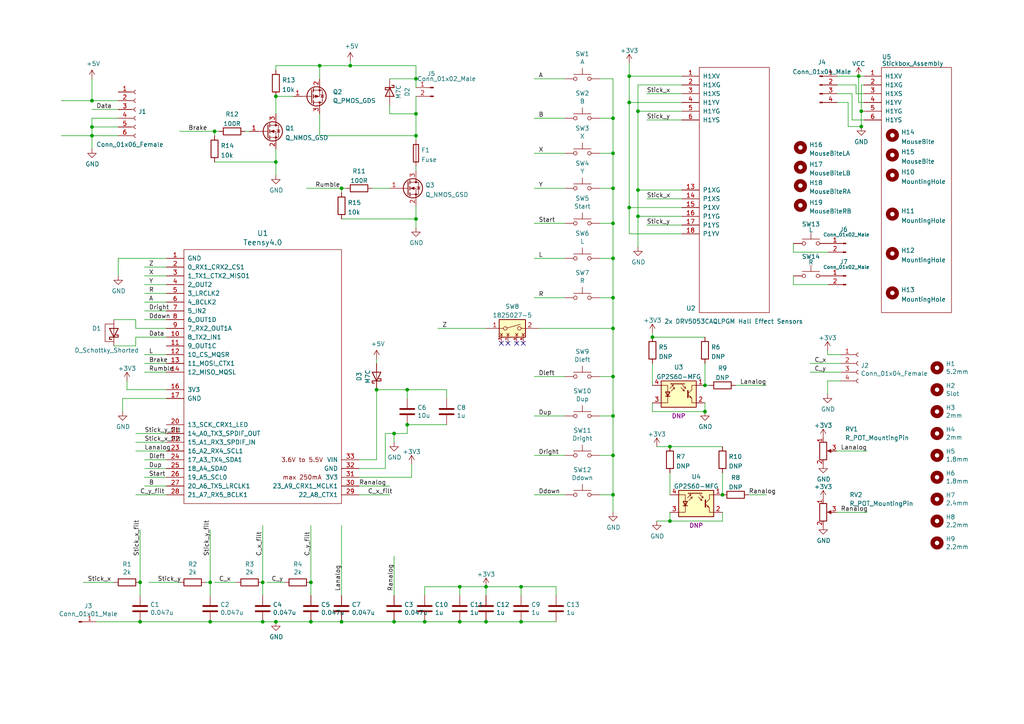
<source format=kicad_sch>
(kicad_sch (version 20211123) (generator eeschema)
  (paper "A4")
  (junction (at 151.13 170.18))
  (junction (at 151.13 180.34))
  (junction (at 120.65 39.37))
  (junction (at 133.35 180.34))
  (junction (at 114.3 125.73))
  (junction (at 177.8 44.45))
  (junction (at 177.8 54.61))
  (junction (at 182.499 22.098))
  (junction (at 204.47 119.38))
  (junction (at 194.31 151.13))
  (junction (at 123.19 180.34))
  (junction (at 204.47 111.76))
  (junction (at 177.8 109.22))
  (junction (at 140.97 170.18))
  (junction (at 249.809 36.703))
  (junction (at 120.65 22.86))
  (junction (at 80.01 46.99))
  (junction (at 249.047 22.098))
  (junction (at 177.8 143.51))
  (junction (at 120.65 33.02))
  (junction (at 185.039 55.118))
  (junction (at 140.97 180.34))
  (junction (at 26.67 36.83))
  (junction (at 92.71 19.05))
  (junction (at 60.96 180.34))
  (junction (at 189.23 97.79))
  (junction (at 182.499 29.718))
  (junction (at 177.8 132.08))
  (junction (at 118.11 113.03))
  (junction (at 90.17 180.34))
  (junction (at 133.35 170.18))
  (junction (at 90.17 168.91))
  (junction (at 101.6 19.05))
  (junction (at 80.01 180.34))
  (junction (at 120.65 63.5))
  (junction (at 109.22 113.03))
  (junction (at 185.039 32.258))
  (junction (at 62.23 38.1))
  (junction (at 177.8 34.29))
  (junction (at 194.31 129.54))
  (junction (at 76.2 168.91))
  (junction (at 99.06 180.34))
  (junction (at 249.809 32.258))
  (junction (at 177.8 86.36))
  (junction (at 177.8 120.65))
  (junction (at 114.3 180.34))
  (junction (at 99.06 54.61))
  (junction (at 40.64 180.34))
  (junction (at 177.8 74.93))
  (junction (at 26.67 39.37))
  (junction (at 118.11 123.19))
  (junction (at 80.01 27.94))
  (junction (at 182.499 60.198))
  (junction (at 26.67 29.21))
  (junction (at 177.8 64.77))
  (junction (at 177.8 95.25))
  (junction (at 60.96 168.91))
  (junction (at 185.039 62.738))
  (junction (at 76.2 180.34))
  (junction (at 209.55 143.51))
  (junction (at 40.64 168.91))
  (no_connect (at 151.765 99.568))
  (no_connect (at 145.415 99.568))
  (no_connect (at 147.32 99.568))
  (no_connect (at 149.86 99.568))
  (wire (pts (xy 204.47 111.76) (xy 205.74 111.76)))
  (wire (pts (xy 48.26 140.97) (xy 41.91 140.97)))
  (wire (pts (xy 120.65 22.86) (xy 120.65 19.05)))
  (wire (pts (xy 173.99 54.61) (xy 177.8 54.61)))
  (wire (pts (xy 104.14 135.89) (xy 111.76 135.89)))
  (wire (pts (xy 123.19 172.72) (xy 123.19 170.18)))
  (wire (pts (xy 177.8 143.51) (xy 177.8 148.59)))
  (wire (pts (xy 177.8 120.65) (xy 177.8 132.08)))
  (wire (pts (xy 120.65 59.69) (xy 120.65 63.5)))
  (wire (pts (xy 204.47 119.38) (xy 189.23 119.38)))
  (wire (pts (xy 127 95.25) (xy 140.97 95.25)))
  (wire (pts (xy 41.91 107.95) (xy 48.26 107.95)))
  (wire (pts (xy 48.26 115.57) (xy 35.56 115.57)))
  (wire (pts (xy 156.21 95.25) (xy 177.8 95.25)))
  (wire (pts (xy 247.142 34.798) (xy 247.142 27.178)))
  (wire (pts (xy 133.35 170.18) (xy 140.97 170.18)))
  (wire (pts (xy 99.06 54.61) (xy 100.33 54.61)))
  (wire (pts (xy 120.65 39.37) (xy 120.65 40.64)))
  (wire (pts (xy 243.84 105.41) (xy 234.95 105.41)))
  (wire (pts (xy 230.124 73.152) (xy 240.284 73.152)))
  (wire (pts (xy 113.03 140.97) (xy 104.14 140.97)))
  (wire (pts (xy 114.3 172.72) (xy 114.3 161.29)))
  (wire (pts (xy 209.55 137.16) (xy 209.55 143.51)))
  (wire (pts (xy 243.84 107.95) (xy 234.95 107.95)))
  (wire (pts (xy 230.124 80.01) (xy 230.124 82.55)))
  (wire (pts (xy 114.3 125.73) (xy 114.3 128.27)))
  (wire (pts (xy 204.47 116.84) (xy 204.47 119.38)))
  (wire (pts (xy 163.83 120.65) (xy 154.94 120.65)))
  (wire (pts (xy 177.8 54.61) (xy 177.8 44.45)))
  (wire (pts (xy 185.039 62.738) (xy 197.739 62.738)))
  (wire (pts (xy 151.13 172.72) (xy 151.13 170.18)))
  (wire (pts (xy 118.11 123.19) (xy 118.11 125.73)))
  (wire (pts (xy 250.571 34.798) (xy 247.142 34.798)))
  (wire (pts (xy 197.739 22.098) (xy 182.499 22.098)))
  (wire (pts (xy 109.22 113.03) (xy 109.22 133.35)))
  (wire (pts (xy 40.64 180.34) (xy 60.96 180.34)))
  (wire (pts (xy 242.824 29.718) (xy 245.999 29.718)))
  (wire (pts (xy 76.2 152.4) (xy 76.2 168.91)))
  (wire (pts (xy 249.047 29.718) (xy 249.047 22.098)))
  (wire (pts (xy 80.01 19.05) (xy 80.01 20.32)))
  (wire (pts (xy 189.23 96.52) (xy 189.23 97.79)))
  (wire (pts (xy 113.03 143.51) (xy 104.14 143.51)))
  (wire (pts (xy 34.29 36.83) (xy 26.67 36.83)))
  (wire (pts (xy 90.17 152.4) (xy 90.17 168.91)))
  (wire (pts (xy 249.809 24.638) (xy 249.809 32.258)))
  (wire (pts (xy 92.71 22.86) (xy 92.71 19.05)))
  (wire (pts (xy 194.31 151.13) (xy 194.31 148.59)))
  (wire (pts (xy 109.22 104.14) (xy 109.22 105.41)))
  (wire (pts (xy 173.99 64.77) (xy 177.8 64.77)))
  (wire (pts (xy 39.37 97.79) (xy 48.26 97.79)))
  (wire (pts (xy 194.31 137.16) (xy 194.31 143.51)))
  (wire (pts (xy 209.55 148.59) (xy 209.55 151.13)))
  (wire (pts (xy 129.54 115.57) (xy 129.54 113.03)))
  (wire (pts (xy 109.22 113.03) (xy 118.11 113.03)))
  (wire (pts (xy 118.11 113.03) (xy 129.54 113.03)))
  (wire (pts (xy 34.29 31.75) (xy 26.67 31.75)))
  (wire (pts (xy 140.97 180.34) (xy 133.35 180.34)))
  (wire (pts (xy 163.83 143.51) (xy 154.94 143.51)))
  (wire (pts (xy 60.96 168.91) (xy 59.69 168.91)))
  (wire (pts (xy 120.65 27.94) (xy 120.65 33.02)))
  (wire (pts (xy 189.23 119.38) (xy 189.23 116.84)))
  (wire (pts (xy 190.5 129.54) (xy 194.31 129.54)))
  (wire (pts (xy 40.64 153.67) (xy 40.64 168.91)))
  (wire (pts (xy 113.03 22.86) (xy 120.65 22.86)))
  (wire (pts (xy 36.83 113.03) (xy 36.83 110.49)))
  (wire (pts (xy 118.11 113.03) (xy 118.11 115.57)))
  (wire (pts (xy 80.01 27.94) (xy 80.01 33.02)))
  (wire (pts (xy 80.01 27.94) (xy 85.09 27.94)))
  (wire (pts (xy 249.809 32.258) (xy 249.809 36.703)))
  (wire (pts (xy 187.579 65.278) (xy 197.739 65.278)))
  (wire (pts (xy 163.83 86.36) (xy 154.94 86.36)))
  (wire (pts (xy 92.71 19.05) (xy 101.6 19.05)))
  (wire (pts (xy 213.36 111.76) (xy 222.25 111.76)))
  (wire (pts (xy 120.65 33.02) (xy 113.03 33.02)))
  (wire (pts (xy 249.047 22.098) (xy 250.571 22.098)))
  (wire (pts (xy 34.29 39.37) (xy 26.67 39.37)))
  (wire (pts (xy 185.039 55.118) (xy 197.739 55.118)))
  (wire (pts (xy 113.03 33.02) (xy 113.03 30.48)))
  (wire (pts (xy 182.499 67.818) (xy 182.499 60.198)))
  (wire (pts (xy 111.76 135.89) (xy 111.76 125.73)))
  (wire (pts (xy 182.499 60.198) (xy 197.739 60.198)))
  (wire (pts (xy 243.84 110.49) (xy 240.03 110.49)))
  (wire (pts (xy 140.97 180.34) (xy 151.13 180.34)))
  (wire (pts (xy 35.56 115.57) (xy 35.56 119.38)))
  (wire (pts (xy 92.71 33.02) (xy 92.71 39.37)))
  (wire (pts (xy 120.65 33.02) (xy 120.65 39.37)))
  (wire (pts (xy 185.039 32.258) (xy 185.039 24.638)))
  (wire (pts (xy 90.17 180.34) (xy 99.06 180.34)))
  (wire (pts (xy 177.8 86.36) (xy 177.8 95.25)))
  (wire (pts (xy 133.35 170.18) (xy 133.35 172.72)))
  (wire (pts (xy 177.8 132.08) (xy 177.8 143.51)))
  (wire (pts (xy 209.55 151.13) (xy 194.31 151.13)))
  (wire (pts (xy 41.91 105.41) (xy 48.26 105.41)))
  (wire (pts (xy 177.8 44.45) (xy 177.8 34.29)))
  (wire (pts (xy 163.83 132.08) (xy 154.94 132.08)))
  (wire (pts (xy 48.26 133.35) (xy 41.91 133.35)))
  (wire (pts (xy 247.142 27.178) (xy 242.824 27.178)))
  (wire (pts (xy 177.8 86.36) (xy 177.8 74.93)))
  (wire (pts (xy 187.579 57.658) (xy 197.739 57.658)))
  (wire (pts (xy 52.07 38.1) (xy 62.23 38.1)))
  (wire (pts (xy 161.29 172.72) (xy 161.29 170.18)))
  (wire (pts (xy 163.83 34.29) (xy 154.94 34.29)))
  (wire (pts (xy 39.37 100.33) (xy 33.02 100.33)))
  (wire (pts (xy 182.499 22.098) (xy 182.499 29.718)))
  (wire (pts (xy 243.84 102.87) (xy 240.03 102.87)))
  (wire (pts (xy 80.01 43.18) (xy 80.01 46.99)))
  (wire (pts (xy 182.499 29.718) (xy 182.499 60.198)))
  (wire (pts (xy 163.83 54.61) (xy 154.94 54.61)))
  (wire (pts (xy 185.039 32.258) (xy 197.739 32.258)))
  (wire (pts (xy 34.29 29.21) (xy 26.67 29.21)))
  (wire (pts (xy 48.26 102.87) (xy 41.91 102.87)))
  (wire (pts (xy 118.11 125.73) (xy 114.3 125.73)))
  (wire (pts (xy 163.83 74.93) (xy 154.94 74.93)))
  (wire (pts (xy 48.26 77.47) (xy 41.91 77.47)))
  (wire (pts (xy 52.07 168.91) (xy 43.18 168.91)))
  (wire (pts (xy 111.76 125.73) (xy 114.3 125.73)))
  (wire (pts (xy 140.97 170.18) (xy 140.97 172.72)))
  (wire (pts (xy 48.26 80.01) (xy 41.91 80.01)))
  (wire (pts (xy 99.06 54.61) (xy 99.06 55.88)))
  (wire (pts (xy 62.23 38.1) (xy 63.5 38.1)))
  (wire (pts (xy 48.26 135.89) (xy 41.91 135.89)))
  (wire (pts (xy 48.26 92.71) (xy 41.91 92.71)))
  (wire (pts (xy 177.8 74.93) (xy 177.8 64.77)))
  (wire (pts (xy 173.99 143.51) (xy 177.8 143.51)))
  (wire (pts (xy 194.31 129.54) (xy 209.55 129.54)))
  (wire (pts (xy 173.99 109.22) (xy 177.8 109.22)))
  (wire (pts (xy 76.2 168.91) (xy 76.2 172.72)))
  (wire (pts (xy 48.26 138.43) (xy 41.91 138.43)))
  (wire (pts (xy 151.13 180.34) (xy 161.29 180.34)))
  (wire (pts (xy 217.17 143.51) (xy 222.25 143.51)))
  (wire (pts (xy 48.26 143.51) (xy 39.37 143.51)))
  (wire (pts (xy 99.06 152.4) (xy 99.06 172.72)))
  (wire (pts (xy 245.999 29.718) (xy 245.999 36.703)))
  (wire (pts (xy 163.83 22.86) (xy 154.94 22.86)))
  (wire (pts (xy 189.23 97.79) (xy 204.47 97.79)))
  (wire (pts (xy 182.499 67.818) (xy 197.739 67.818)))
  (wire (pts (xy 250.571 24.638) (xy 249.809 24.638)))
  (wire (pts (xy 88.9 54.61) (xy 99.06 54.61)))
  (wire (pts (xy 114.3 180.34) (xy 123.19 180.34)))
  (wire (pts (xy 24.13 168.91) (xy 33.02 168.91)))
  (wire (pts (xy 173.99 132.08) (xy 177.8 132.08)))
  (wire (pts (xy 250.571 29.718) (xy 249.047 29.718)))
  (wire (pts (xy 189.23 105.41) (xy 189.23 111.76)))
  (wire (pts (xy 177.8 22.86) (xy 177.8 34.29)))
  (wire (pts (xy 177.8 64.77) (xy 177.8 54.61)))
  (wire (pts (xy 185.039 62.738) (xy 185.039 71.628)))
  (wire (pts (xy 39.37 92.71) (xy 33.02 92.71)))
  (wire (pts (xy 197.739 29.718) (xy 182.499 29.718)))
  (wire (pts (xy 187.579 34.798) (xy 197.739 34.798)))
  (wire (pts (xy 39.37 125.73) (xy 48.26 125.73)))
  (wire (pts (xy 48.26 90.17) (xy 41.91 90.17)))
  (wire (pts (xy 123.19 170.18) (xy 133.35 170.18)))
  (wire (pts (xy 48.26 113.03) (xy 36.83 113.03)))
  (wire (pts (xy 48.26 85.09) (xy 41.91 85.09)))
  (wire (pts (xy 230.124 82.55) (xy 240.284 82.55)))
  (wire (pts (xy 249.809 32.258) (xy 250.571 32.258)))
  (wire (pts (xy 204.47 105.41) (xy 204.47 111.76)))
  (wire (pts (xy 39.37 97.79) (xy 39.37 100.33)))
  (wire (pts (xy 17.78 29.21) (xy 26.67 29.21)))
  (wire (pts (xy 62.23 168.91) (xy 68.58 168.91)))
  (wire (pts (xy 240.03 110.49) (xy 240.03 114.3)))
  (wire (pts (xy 39.37 130.81) (xy 48.26 130.81)))
  (wire (pts (xy 120.65 39.37) (xy 92.71 39.37)))
  (wire (pts (xy 99.06 63.5) (xy 120.65 63.5)))
  (wire (pts (xy 173.99 86.36) (xy 177.8 86.36)))
  (wire (pts (xy 26.67 34.29) (xy 26.67 36.83)))
  (wire (pts (xy 27.94 180.34) (xy 40.64 180.34)))
  (wire (pts (xy 99.06 180.34) (xy 114.3 180.34)))
  (wire (pts (xy 62.23 38.1) (xy 62.23 39.37)))
  (wire (pts (xy 161.29 170.18) (xy 151.13 170.18)))
  (wire (pts (xy 71.12 38.1) (xy 72.39 38.1)))
  (wire (pts (xy 119.38 138.43) (xy 104.14 138.43)))
  (wire (pts (xy 62.23 46.99) (xy 80.01 46.99)))
  (wire (pts (xy 80.01 180.34) (xy 90.17 180.34)))
  (wire (pts (xy 173.99 34.29) (xy 177.8 34.29)))
  (wire (pts (xy 242.57 130.81) (xy 251.46 130.81)))
  (wire (pts (xy 26.67 39.37) (xy 26.67 43.18)))
  (wire (pts (xy 173.99 120.65) (xy 177.8 120.65)))
  (wire (pts (xy 48.26 82.55) (xy 41.91 82.55)))
  (wire (pts (xy 185.039 62.738) (xy 185.039 55.118)))
  (wire (pts (xy 104.14 133.35) (xy 109.22 133.35)))
  (wire (pts (xy 230.124 70.612) (xy 230.124 73.152)))
  (wire (pts (xy 101.6 17.78) (xy 101.6 19.05)))
  (wire (pts (xy 120.65 25.4) (xy 120.65 22.86)))
  (wire (pts (xy 177.8 109.22) (xy 177.8 120.65)))
  (wire (pts (xy 120.65 63.5) (xy 120.65 66.04)))
  (wire (pts (xy 173.99 44.45) (xy 177.8 44.45)))
  (wire (pts (xy 39.37 95.25) (xy 39.37 92.71)))
  (wire (pts (xy 163.83 44.45) (xy 154.94 44.45)))
  (wire (pts (xy 151.13 170.18) (xy 140.97 170.18)))
  (wire (pts (xy 60.96 153.67) (xy 60.96 168.91)))
  (wire (pts (xy 245.999 36.703) (xy 249.809 36.703)))
  (wire (pts (xy 242.824 22.098) (xy 249.047 22.098)))
  (wire (pts (xy 177.8 95.25) (xy 177.8 109.22)))
  (wire (pts (xy 48.26 74.93) (xy 34.29 74.93)))
  (wire (pts (xy 60.96 180.34) (xy 76.2 180.34)))
  (wire (pts (xy 107.95 54.61) (xy 113.03 54.61)))
  (wire (pts (xy 90.17 168.91) (xy 90.17 172.72)))
  (wire (pts (xy 163.83 64.77) (xy 154.94 64.77)))
  (wire (pts (xy 39.37 128.27) (xy 48.26 128.27)))
  (wire (pts (xy 173.99 22.86) (xy 177.8 22.86)))
  (wire (pts (xy 240.03 102.87) (xy 240.03 101.6)))
  (wire (pts (xy 34.29 74.93) (xy 34.29 80.01)))
  (wire (pts (xy 60.96 168.91) (xy 60.96 172.72)))
  (wire (pts (xy 26.67 36.83) (xy 26.67 39.37)))
  (wire (pts (xy 248.285 27.178) (xy 250.571 27.178)))
  (wire (pts (xy 80.01 180.34) (xy 76.2 180.34)))
  (wire (pts (xy 48.26 87.63) (xy 41.91 87.63)))
  (wire (pts (xy 40.64 172.72) (xy 40.64 168.91)))
  (wire (pts (xy 80.01 46.99) (xy 80.01 50.8)))
  (wire (pts (xy 242.824 24.638) (xy 248.285 24.638)))
  (wire (pts (xy 242.57 148.59) (xy 251.46 148.59)))
  (wire (pts (xy 182.499 18.288) (xy 182.499 22.098)))
  (wire (pts (xy 185.039 24.638) (xy 197.739 24.638)))
  (wire (pts (xy 39.37 95.25) (xy 48.26 95.25)))
  (wire (pts (xy 163.83 109.22) (xy 154.94 109.22)))
  (wire (pts (xy 26.67 29.21) (xy 26.67 22.86)))
  (wire (pts (xy 120.65 48.26) (xy 120.65 49.53)))
  (wire (pts (xy 123.19 180.34) (xy 133.35 180.34)))
  (wire (pts (xy 92.71 19.05) (xy 80.01 19.05)))
  (wire (pts (xy 118.11 123.19) (xy 129.54 123.19)))
  (wire (pts (xy 119.38 134.62) (xy 119.38 138.43)))
  (wire (pts (xy 34.29 34.29) (xy 26.67 34.29)))
  (wire (pts (xy 197.739 27.178) (xy 187.579 27.178)))
  (wire (pts (xy 185.039 32.258) (xy 185.039 55.118)))
  (wire (pts (xy 77.47 168.91) (xy 82.55 168.91)))
  (wire (pts (xy 17.78 39.37) (xy 26.67 39.37)))
  (wire (pts (xy 120.65 19.05) (xy 101.6 19.05)))
  (wire (pts (xy 248.285 24.638) (xy 248.285 27.178)))
  (wire (pts (xy 190.5 151.13) (xy 194.31 151.13)))
  (wire (pts (xy 173.99 74.93) (xy 177.8 74.93)))
  (label "Lanalog" (at 214.63 111.76 0))
  (label "C_y_filt" (at 40.64 143.51 0))
  (label "Stick_y" (at 187.579 65.278 0))
  (label "A" (at 156.21 22.86 0))
  (label "A" (at 43.18 87.63 0))
  (label "Ranalog" (at 114.3 171.45 90))
  (label "Dleft" (at 43.18 133.35 0))
  (label "Z" (at 43.18 77.47 0))
  (label "L" (at 156.21 74.93 0))
  (label "Stick_y" (at 45.72 168.91 0))
  (label "C_x" (at 236.22 105.41 0))
  (label "Stick_x" (at 187.579 27.178 0))
  (label "Stick_x" (at 187.579 57.658 0))
  (label "Lanalog" (at 41.91 130.81 0))
  (label "Rumble" (at 91.44 54.61 0))
  (label "Dleft" (at 156.21 109.22 0))
  (label "Ranalog" (at 217.17 143.51 0))
  (label "Data" (at 27.94 31.75 0))
  (label "Ranalog" (at 104.14 140.97 0))
  (label "B" (at 156.21 34.29 0))
  (label "C_y" (at 78.74 168.91 0))
  (label "Rumble" (at 43.18 107.95 0))
  (label "Z" (at 128.27 95.25 0))
  (label "C_x_filt" (at 76.2 161.29 90))
  (label "Start" (at 43.18 138.43 0))
  (label "Dright" (at 43.18 90.17 0))
  (label "C_x" (at 63.5 168.91 0))
  (label "C_y_filt" (at 90.17 161.29 90))
  (label "Stick_x" (at 25.4 168.91 0))
  (label "Dright" (at 156.21 132.08 0))
  (label "Ranalog" (at 243.84 148.59 0))
  (label "Start" (at 156.21 64.77 0))
  (label "B" (at 43.18 140.97 0))
  (label "Ddown" (at 156.21 143.51 0))
  (label "Brake" (at 43.18 105.41 0))
  (label "R" (at 156.21 86.36 0))
  (label "Stick_y_filt" (at 41.91 125.73 0))
  (label "X" (at 43.18 80.01 0))
  (label "R" (at 43.18 85.09 0))
  (label "Data" (at 43.18 97.79 0))
  (label "Lanalog" (at 243.84 130.81 0))
  (label "Stick_y" (at 187.579 34.798 0))
  (label "Y" (at 156.21 54.61 0))
  (label "Ddown" (at 43.18 92.71 0))
  (label "C_y" (at 236.22 107.95 0))
  (label "Dup" (at 43.18 135.89 0))
  (label "C_x_filt" (at 106.68 143.51 0))
  (label "Brake" (at 54.61 38.1 0))
  (label "Stick_x_filt" (at 41.91 128.27 0))
  (label "Lanalog" (at 99.06 171.45 90))
  (label "L" (at 43.18 102.87 0))
  (label "X" (at 156.21 44.45 0))
  (label "Stick_x_filt" (at 40.64 161.29 90))
  (label "Y" (at 43.18 82.55 0))
  (label "Dup" (at 156.21 120.65 0))
  (label "Stick_y_filt" (at 60.96 161.29 90))
  (symbol (lib_id "teensy:Teensy4.0") (at 76.2 109.22 0) (unit 1)
    (property "Reference" "U1" (at 76.2 67.6402 0) (effects (font (size 1.524 1.524))))
    (property "Value" "Teensy4.0" (at 76.2 70.3326 0) (effects (font (size 1.524 1.524))))
    (property "Footprint" "teensy:Teensy40_Edge_Pins" (effects hide))
  )
  (symbol (lib_id "Switch:SW_Push") (at 168.91 22.86 0) (unit 1)
    (property "Reference" "SW1" (at 168.91 15.621 0))
    (property "Value" "A" (at 168.91 17.9324 0))
    (property "Footprint" "PhobGCC_Footprints:ABXY_Contact_Omron_Switch" (effects hide))
  )
  (symbol (lib_id "Switch:SW_Push") (at 168.91 34.29 0) (unit 1)
    (property "Reference" "SW2" (at 168.91 27.051 0))
    (property "Value" "B" (at 168.91 29.3624 0))
    (property "Footprint" "PhobGCC_Footprints:ABXY_Contact_Omron_Switch" (effects hide))
  )
  (symbol (lib_id "Switch:SW_Push") (at 168.91 44.45 0) (unit 1)
    (property "Reference" "SW3" (at 168.91 37.211 0))
    (property "Value" "X" (at 168.91 39.5224 0))
    (property "Footprint" "PhobGCC_Footprints:ABXY_Contact_Omron_Switch" (effects hide))
  )
  (symbol (lib_id "Switch:SW_Push") (at 168.91 54.61 0) (unit 1)
    (property "Reference" "SW4" (at 168.91 47.371 0))
    (property "Value" "Y" (at 168.91 49.6824 0))
    (property "Footprint" "PhobGCC_Footprints:ABXY_Contact_Omron_Switch" (effects hide))
  )
  (symbol (lib_id "Switch:SW_Push") (at 168.91 64.77 0) (unit 1)
    (property "Reference" "SW5" (at 168.91 57.531 0))
    (property "Value" "Start" (at 168.91 59.8424 0))
    (property "Footprint" "PhobGCC_Footprints:Start_Contact" (effects hide))
  )
  (symbol (lib_id "Switch:SW_Push") (at 168.91 74.93 0) (unit 1)
    (property "Reference" "SW6" (at 168.91 67.691 0))
    (property "Value" "L" (at 168.91 70.0024 0))
    (property "Footprint" "Pin_Headers:Pin_Header_Straight_1x02_Pitch2.54mm" (effects hide))
  )
  (symbol (lib_id "Switch:SW_Push") (at 168.91 86.36 0) (unit 1)
    (property "Reference" "SW7" (at 168.91 79.121 0))
    (property "Value" "R" (at 168.91 81.4324 0))
    (property "Footprint" "Pin_Headers:Pin_Header_Straight_1x02_Pitch2.54mm" (effects hide))
  )
  (symbol (lib_id "power:GND") (at 34.29 80.01 0) (unit 1)
    (property "Reference" "#PWR0102" (effects hide))
    (property "Value" "GND" (at 34.417 84.4042 0))
  )
  (symbol (lib_id "power:GND") (at 177.8 148.59 0) (unit 1)
    (property "Reference" "#PWR0103" (effects hide))
    (property "Value" "GND" (at 177.927 152.9842 0))
  )
  (symbol (lib_id "power:+5V") (at 26.67 22.86 0) (unit 1)
    (property "Reference" "#PWR0113" (effects hide))
    (property "Value" "+5V" (at 27.051 18.4658 0))
  )
  (symbol (lib_id "Connector:Conn_01x06_Female") (at 39.37 31.75 0) (unit 1)
    (property "Reference" "J1" (at 40.0812 32.3596 0) (effects (justify left)))
    (property "Value" "Conn_01x06_Female" (at 27.94 41.91 0) (effects (justify left)))
    (property "Footprint" "PhobGCC_Footprints:GCC_Header_Straight_1x06_Pitch2.00mm" (effects hide))
  )
  (symbol (lib_id "GCC:Gamecube-MB-rescue_Slider_GCC-Gamecube_MB") (at 238.76 130.81 0) (unit 1)
    (property "Reference" "RV1" (at 245.11 124.46 0) (effects (justify left)))
    (property "Value" "R_POT_MountingPin" (at 245.11 127 0) (effects (justify left)))
    (property "Footprint" "PhobGCC_Footprints:GCC_Slider" (effects hide))
  )
  (symbol (lib_id "Connector:Conn_01x04_Female") (at 248.92 105.41 0) (unit 1)
    (property "Reference" "J2" (at 249.6312 106.0196 0) (effects (justify left)))
    (property "Value" "Conn_01x04_Female" (at 249.6312 108.331 0) (effects (justify left)))
    (property "Footprint" "Pin_Headers:Pin_Header_Straight_1x04_Pitch2.00mm" (effects hide))
  )
  (symbol (lib_id "GCC:Gamecube-MB-rescue_Slider_GCC-Gamecube_MB") (at 238.76 148.59 0) (unit 1)
    (property "Reference" "RV2" (at 246.38 143.51 0) (effects (justify left)))
    (property "Value" "R_POT_MountingPin" (at 246.38 146.05 0) (effects (justify left)))
    (property "Footprint" "PhobGCC_Footprints:GCC_Slider" (effects hide))
  )
  (symbol (lib_id "power:GND") (at 240.03 114.3 0) (unit 1)
    (property "Reference" "#PWR0108" (effects hide))
    (property "Value" "GND" (at 240.157 118.6942 0))
  )
  (symbol (lib_id "Switch:SW_Push") (at 168.91 109.22 0) (unit 1)
    (property "Reference" "SW9" (at 168.91 101.981 0))
    (property "Value" "Dleft" (at 168.91 104.2924 0))
    (property "Footprint" "PhobGCC_Footprints:Dpad_Contact_TL3315NF_2" (effects hide))
  )
  (symbol (lib_id "power:GND") (at 238.76 134.62 0) (unit 1)
    (property "Reference" "#PWR0115" (effects hide))
    (property "Value" "GND" (at 238.887 139.0142 0))
  )
  (symbol (lib_id "Switch:SW_Push") (at 168.91 120.65 0) (unit 1)
    (property "Reference" "SW10" (at 168.91 113.411 0))
    (property "Value" "Dup" (at 168.91 115.7224 0))
    (property "Footprint" "PhobGCC_Footprints:Dpad_Contact_TL3315NF_2" (effects hide))
  )
  (symbol (lib_id "Switch:SW_Push") (at 168.91 132.08 0) (unit 1)
    (property "Reference" "SW11" (at 168.91 124.841 0))
    (property "Value" "Dright" (at 168.91 127.1524 0))
    (property "Footprint" "PhobGCC_Footprints:Dpad_Contact_TL3315NF_2" (effects hide))
  )
  (symbol (lib_id "Switch:SW_Push") (at 168.91 143.51 0) (unit 1)
    (property "Reference" "SW12" (at 168.91 136.271 0))
    (property "Value" "Ddown" (at 168.91 138.5824 0))
    (property "Footprint" "PhobGCC_Footprints:Dpad_Contact_TL3315NF_2" (effects hide))
  )
  (symbol (lib_id "power:GND") (at 238.76 152.4 0) (unit 1)
    (property "Reference" "#PWR0117" (effects hide))
    (property "Value" "GND" (at 238.887 156.7942 0))
  )
  (symbol (lib_id "PhobGCC_Symbol_Library:SW_DIP_x01") (at 148.59 95.25 0) (unit 1)
    (property "Reference" "SW8" (at 148.59 88.9 0))
    (property "Value" "1825027-5" (at 148.59 91.44 0))
    (property "Footprint" "PhobGCC_Footprints:Z_Switch_Edge" (effects hide))
    (property "Configuration_Pole-Throw" "Single Pole - Single Throw" (effects hide))
    (property "Contact_Current_Rating" "50 mA" (effects hide))
    (property "Comment" "1825027-5" (effects hide))
    (property "EU_RoHS_Compliance" "Compliant" (effects hide))
  )
  (symbol (lib_id "GCC:Gamecube-MB-rescue_Stickbox_Assembly-Gamecube_MB") (at 202.819 19.558 0) (unit 1)
    (property "Reference" "U2" (at 199.009 89.408 0) (effects (justify left)))
    (property "Value" "2x DRV5053CAQLPGM Hall Effect Sensors" (at 192.659 93.218 0) (effects (justify left)))
    (property "Footprint" "PhobGCC_Footprints:GCC_Stickbox_2" (effects hide))
  )
  (symbol (lib_id "power:GND") (at 185.039 71.628 0) (unit 1)
    (property "Reference" "#PWR0101" (effects hide))
    (property "Value" "GND" (at 185.166 76.0222 0))
  )
  (symbol (lib_id "Device:C") (at 40.64 176.53 0) (unit 1)
    (property "Reference" "C1" (at 43.561 175.3616 0) (effects (justify left)))
    (property "Value" "0.047u" (at 43.561 177.673 0) (effects (justify left)))
    (property "Footprint" "Capacitors_SMD:C_0603_HandSoldering" (effects hide))
    (property "LCSC" "C1622" (effects hide))
  )
  (symbol (lib_id "Device:C") (at 60.96 176.53 0) (unit 1)
    (property "Reference" "C2" (at 63.881 175.3616 0) (effects (justify left)))
    (property "Value" "0.047u" (at 63.881 177.673 0) (effects (justify left)))
    (property "Footprint" "Capacitors_SMD:C_0603_HandSoldering" (effects hide))
    (property "LCSC" "C1622" (effects hide))
  )
  (symbol (lib_id "Device:C") (at 114.3 176.53 0) (unit 1)
    (property "Reference" "C3" (at 117.221 175.3616 0) (effects (justify left)))
    (property "Value" "0.047u" (at 117.221 177.673 0) (effects (justify left)))
    (property "Footprint" "Capacitors_SMD:C_0603_HandSoldering" (effects hide))
    (property "LCSC" "C1622" (effects hide))
  )
  (symbol (lib_id "Device:C") (at 76.2 176.53 0) (unit 1)
    (property "Reference" "C4" (at 79.121 175.3616 0) (effects (justify left)))
    (property "Value" "0.047u" (at 79.121 177.673 0) (effects (justify left)))
    (property "Footprint" "Capacitors_SMD:C_0603_HandSoldering" (effects hide))
    (property "LCSC" "C1622" (effects hide))
  )
  (symbol (lib_id "Device:C") (at 90.17 176.53 0) (unit 1)
    (property "Reference" "C5" (at 93.091 175.3616 0) (effects (justify left)))
    (property "Value" "0.047u" (at 93.091 177.673 0) (effects (justify left)))
    (property "Footprint" "Capacitors_SMD:C_0603_HandSoldering" (effects hide))
    (property "LCSC" "C1622" (effects hide))
  )
  (symbol (lib_id "Device:C") (at 99.06 176.53 0) (unit 1)
    (property "Reference" "C7" (at 101.981 175.3616 0) (effects (justify left)))
    (property "Value" "0.047u" (at 101.981 177.673 0) (effects (justify left)))
    (property "Footprint" "Capacitors_SMD:C_0603_HandSoldering" (effects hide))
    (property "LCSC" "C1622" (effects hide))
  )
  (symbol (lib_id "power:GND") (at 80.01 180.34 0) (unit 1)
    (property "Reference" "#PWR0109" (effects hide))
    (property "Value" "GND" (at 80.137 184.7342 0))
  )
  (symbol (lib_id "Device:C") (at 133.35 176.53 0) (unit 1)
    (property "Reference" "C11" (at 136.271 175.3616 0) (effects (justify left)))
    (property "Value" "1u" (at 136.271 177.673 0) (effects (justify left)))
    (property "Footprint" "Capacitor_SMD:C_0603_1608Metric_Pad1.08x0.95mm_HandSolder" (effects hide))
    (property "LCSC" "C15849" (effects hide))
  )
  (symbol (lib_id "Device:C") (at 140.97 176.53 0) (unit 1)
    (property "Reference" "C12" (at 143.891 175.3616 0) (effects (justify left)))
    (property "Value" "1u" (at 143.891 177.673 0) (effects (justify left)))
    (property "Footprint" "Capacitor_SMD:C_0603_1608Metric_Pad1.08x0.95mm_HandSolder" (effects hide))
    (property "LCSC" "C15849" (effects hide))
  )
  (symbol (lib_id "power:GND") (at 26.67 43.18 0) (unit 1)
    (property "Reference" "#PWR0112" (effects hide))
    (property "Value" "GND" (at 26.797 47.5742 0))
  )
  (symbol (lib_id "Connector:Conn_01x01_Male") (at 22.86 180.34 0) (unit 1)
    (property "Reference" "J3" (at 25.6032 175.7426 0))
    (property "Value" "Conn_01x01_Male" (at 25.6032 178.054 0))
    (property "Footprint" "Connector_PinHeader_2.54mm:PinHeader_1x01_P2.54mm_Vertical" (effects hide))
  )
  (symbol (lib_id "Mechanical:MountingHole") (at 271.78 106.68 0) (unit 1)
    (property "Reference" "H1" (at 274.32 105.5116 0) (effects (justify left)))
    (property "Value" "5.2mm" (at 274.32 107.823 0) (effects (justify left)))
    (property "Footprint" "PhobGCC_Footprints:MountingHole_5.2mm" (effects hide))
  )
  (symbol (lib_id "Mechanical:MountingHole") (at 271.78 113.03 0) (unit 1)
    (property "Reference" "H2" (at 274.32 111.8616 0) (effects (justify left)))
    (property "Value" "Slot" (at 274.32 114.173 0) (effects (justify left)))
    (property "Footprint" "PhobGCC_Footprints:Slot" (effects hide))
  )
  (symbol (lib_id "Mechanical:MountingHole") (at 271.78 119.38 0) (unit 1)
    (property "Reference" "H3" (at 274.32 118.2116 0) (effects (justify left)))
    (property "Value" "2mm" (at 274.32 120.523 0) (effects (justify left)))
    (property "Footprint" "PhobGCC_Footprints:MountingHole_2.0mm" (effects hide))
  )
  (symbol (lib_id "Mechanical:MountingHole") (at 271.78 125.73 0) (unit 1)
    (property "Reference" "H4" (at 274.32 124.5616 0) (effects (justify left)))
    (property "Value" "2mm" (at 274.32 126.873 0) (effects (justify left)))
    (property "Footprint" "PhobGCC_Footprints:MountingHole_2.0mm" (effects hide))
  )
  (symbol (lib_id "Mechanical:MountingHole") (at 271.78 132.08 0) (unit 1)
    (property "Reference" "H5" (at 274.32 130.9116 0) (effects (justify left)))
    (property "Value" "1.8mm" (at 274.32 133.223 0) (effects (justify left)))
    (property "Footprint" "PhobGCC_Footprints:MountingHole_1.8mm" (effects hide))
  )
  (symbol (lib_id "Mechanical:MountingHole") (at 271.78 138.43 0) (unit 1)
    (property "Reference" "H6" (at 274.32 137.2616 0) (effects (justify left)))
    (property "Value" "1.8mm" (at 274.32 139.573 0) (effects (justify left)))
    (property "Footprint" "PhobGCC_Footprints:MountingHole_1.8mm" (effects hide))
  )
  (symbol (lib_id "Mechanical:MountingHole") (at 271.78 144.78 0) (unit 1)
    (property "Reference" "H7" (at 274.32 143.6116 0) (effects (justify left)))
    (property "Value" "2.4mm" (at 274.32 145.923 0) (effects (justify left)))
    (property "Footprint" "PhobGCC_Footprints:MountingHole_2.4mm" (effects hide))
  )
  (symbol (lib_id "Mechanical:MountingHole") (at 271.78 151.13 0) (unit 1)
    (property "Reference" "H8" (at 274.32 149.9616 0) (effects (justify left)))
    (property "Value" "2.2mm" (at 274.32 152.273 0) (effects (justify left)))
    (property "Footprint" "PhobGCC_Footprints:MountingHole_2.2mm" (effects hide))
  )
  (symbol (lib_id "Mechanical:MountingHole") (at 271.78 157.48 0) (unit 1)
    (property "Reference" "H9" (at 274.32 156.3116 0) (effects (justify left)))
    (property "Value" "2.2mm" (at 274.32 158.623 0) (effects (justify left)))
    (property "Footprint" "PhobGCC_Footprints:MountingHole_2.2mm" (effects hide))
  )
  (symbol (lib_id "Device:R") (at 36.83 168.91 270) (unit 1)
    (property "Reference" "R1" (at 36.83 163.6522 90))
    (property "Value" "2k" (at 36.83 165.9636 90))
    (property "Footprint" "Resistor_SMD:R_0603_1608Metric_Pad0.98x0.95mm_HandSolder" (effects hide))
    (property "LCSC" "C22975" (effects hide))
    (property "Manufacturer PN" "0603WAF1002T5ECopy" (effects hide))
  )
  (symbol (lib_id "Device:R") (at 55.88 168.91 270) (unit 1)
    (property "Reference" "R2" (at 55.88 163.6522 90))
    (property "Value" "2k" (at 55.88 165.9636 90))
    (property "Footprint" "Resistor_SMD:R_0603_1608Metric_Pad0.98x0.95mm_HandSolder" (effects hide))
    (property "LCSC" "C22975" (effects hide))
  )
  (symbol (lib_id "Device:C") (at 123.19 176.53 0) (unit 1)
    (property "Reference" "C10" (at 126.111 175.3616 0) (effects (justify left)))
    (property "Value" "1u" (at 126.111 177.673 0) (effects (justify left)))
    (property "Footprint" "Capacitor_SMD:C_0603_1608Metric_Pad1.08x0.95mm_HandSolder" (effects hide))
    (property "LCSC" "C15849" (effects hide))
  )
  (symbol (lib_id "Device:R") (at 209.55 111.76 90) (unit 1)
    (property "Reference" "R9" (at 209.55 106.7775 90))
    (property "Value" "DNP" (at 209.55 109.5526 90))
    (property "Footprint" "Resistor_SMD:R_0603_1608Metric_Pad0.98x0.95mm_HandSolder" (effects hide))
  )
  (symbol (lib_id "Device:R") (at 86.36 168.91 270) (unit 1)
    (property "Reference" "R4" (at 86.36 163.6522 90))
    (property "Value" "2k" (at 86.36 165.9636 90))
    (property "Footprint" "Resistor_SMD:R_0603_1608Metric_Pad0.98x0.95mm_HandSolder" (effects hide))
    (property "LCSC" "C22975" (effects hide))
  )
  (symbol (lib_id "Device:C") (at 161.29 176.53 0) (unit 1)
    (property "Reference" "C13" (at 164.211 175.3616 0) (effects (justify left)))
    (property "Value" "1u" (at 164.211 177.673 0) (effects (justify left)))
    (property "Footprint" "Capacitor_SMD:C_0603_1608Metric_Pad1.08x0.95mm_HandSolder" (effects hide))
    (property "LCSC" "C15849" (effects hide))
  )
  (symbol (lib_id "Device:R") (at 80.01 24.13 180) (unit 1)
    (property "Reference" "R13" (at 81.788 23.2215 0) (effects (justify right)))
    (property "Value" "10k" (at 81.788 25.9966 0) (effects (justify right)))
    (property "Footprint" "Resistor_SMD:R_0603_1608Metric_Pad0.98x0.95mm_HandSolder" (effects hide))
    (property "LCSC" "C25804" (effects hide))
  )
  (symbol (lib_id "power:GND") (at 114.3 128.27 0) (unit 1)
    (property "Reference" "#PWR0119" (effects hide))
    (property "Value" "GND" (at 114.427 132.6642 0))
  )
  (symbol (lib_id "Connector:Conn_01x02_Male") (at 245.364 70.612 0) (mirror y) (unit 1)
    (property "Reference" "J6" (at 244.729 66.5693 0))
    (property "Value" "Conn_01x02_Male" (at 245.491 68.072 0) (effects (font (size 1 1))))
    (property "Footprint" "Connector_PinHeader_2.54mm:PinHeader_1x02_P2.54mm_Vertical" (effects hide))
  )
  (symbol (lib_id "power:VCC") (at 249.047 22.098 0) (unit 1)
    (property "Reference" "#PWR0123" (effects hide))
    (property "Value" "VCC" (at 249.047 18.4935 0))
  )
  (symbol (lib_id "power:GND") (at 80.01 50.8 0) (unit 1)
    (property "Reference" "#PWR04" (effects hide))
    (property "Value" "GND" (at 80.137 55.1942 0))
  )
  (symbol (lib_id "Device:D_Schottky") (at 113.03 26.67 270) (unit 1)
    (property "Reference" "D2" (at 118.11 26.67 0))
    (property "Value" "M7C" (at 115.57 26.67 0))
    (property "Footprint" "Diode_SMD:D_SOD-123" (effects hide))
    (property "LCSC" "C8598" (effects hide))
  )
  (symbol (lib_id "Mechanical:MountingHole") (at 232.156 42.799 0) (unit 1)
    (property "Reference" "H16" (at 234.696 41.9643 0) (effects (justify left)))
    (property "Value" "MouseBiteLA" (at 234.696 44.5012 0) (effects (justify left)))
    (property "Footprint" "PhobGCC_Footprints:breakaway-mousebites" (effects hide))
  )
  (symbol (lib_id "Mechanical:MountingHole") (at 258.826 50.8 0) (unit 1)
    (property "Reference" "H10" (at 261.366 49.8915 0) (effects (justify left)))
    (property "Value" "MountingHole" (at 261.366 52.6666 0) (effects (justify left)))
    (property "Footprint" "PhobGCC_Footprints:MountingHole_1.8mm" (effects hide))
  )
  (symbol (lib_id "GCC:+3.3V") (at 238.76 127 0) (unit 1)
    (property "Reference" "#PWR0110" (effects hide))
    (property "Value" "+3.3V" (at 238.76 123.3955 0))
  )
  (symbol (lib_id "power:GND") (at 190.5 151.13 0) (unit 1)
    (property "Reference" "#PWR02" (effects hide))
    (property "Value" "GND" (at 190.627 155.5242 0))
  )
  (symbol (lib_id "Device:C") (at 129.54 119.38 0) (unit 1)
    (property "Reference" "C8" (at 132.461 118.2116 0) (effects (justify left)))
    (property "Value" "1u" (at 132.461 120.523 0) (effects (justify left)))
    (property "Footprint" "Capacitor_SMD:C_0603_1608Metric_Pad1.08x0.95mm_HandSolder" (effects hide))
    (property "LCSC" "C15849" (effects hide))
  )
  (symbol (lib_id "power:+5V") (at 109.22 104.14 0) (unit 1)
    (property "Reference" "#PWR0118" (effects hide))
    (property "Value" "+5V" (at 109.601 99.7458 0))
  )
  (symbol (lib_id "Device:R") (at 204.47 101.6 0) (unit 1)
    (property "Reference" "R6" (at 206.248 100.6915 0) (effects (justify left)))
    (property "Value" "DNP" (at 206.248 103.4666 0) (effects (justify left)))
    (property "Footprint" "Resistor_SMD:R_0603_1608Metric_Pad0.98x0.95mm_HandSolder" (effects hide))
  )
  (symbol (lib_id "Connector:Conn_01x02_Male") (at 245.364 80.01 0) (mirror y) (unit 1)
    (property "Reference" "J7" (at 244.729 75.9673 0))
    (property "Value" "Conn_01x02_Male" (at 245.491 77.47 0) (effects (font (size 1 1))))
    (property "Footprint" "Connector_PinHeader_2.54mm:PinHeader_1x02_P2.54mm_Vertical" (effects hide))
  )
  (symbol (lib_id "Device:Fuse") (at 120.65 44.45 0) (unit 1)
    (property "Reference" "F1" (at 122.174 43.5415 0) (effects (justify left)))
    (property "Value" "Fuse" (at 122.174 46.3166 0) (effects (justify left)))
    (property "Footprint" "Resistor_SMD:R_1206_3216Metric" (effects hide))
    (property "LCSC" "C69680" (effects hide))
  )
  (symbol (lib_id "Gamecube MB:Stickbox_Assembly_Hall_Only") (at 255.651 19.558 0) (unit 1)
    (property "Reference" "U5" (at 255.778 16.51 0) (effects (justify left)))
    (property "Value" "Stickbox_Assembly" (at 255.778 18.415 0) (effects (justify left)))
    (property "Footprint" "PhobGCC_Footprints:GCC_Stickbox_Hall_Only" (effects hide))
  )
  (symbol (lib_id "Mechanical:MountingHole") (at 258.826 62.103 0) (unit 1)
    (property "Reference" "H11" (at 261.366 61.1945 0) (effects (justify left)))
    (property "Value" "MountingHole" (at 261.366 63.9696 0) (effects (justify left)))
    (property "Footprint" "PhobGCC_Footprints:MountingHole_5.2mm" (effects hide))
  )
  (symbol (lib_id "GCC:+3.3V") (at 238.76 144.78 0) (unit 1)
    (property "Reference" "#PWR0107" (effects hide))
    (property "Value" "+3.3V" (at 238.76 141.1755 0))
  )
  (symbol (lib_id "Device:R") (at 213.36 143.51 90) (unit 1)
    (property "Reference" "R8" (at 213.36 138.5275 90))
    (property "Value" "DNP" (at 213.36 141.3026 90))
    (property "Footprint" "Resistor_SMD:R_0603_1608Metric_Pad0.98x0.95mm_HandSolder" (effects hide))
  )
  (symbol (lib_id "GCC:+3.3V") (at 240.03 101.6 0) (unit 1)
    (property "Reference" "#PWR0106" (effects hide))
    (property "Value" "+3.3V" (at 240.03 97.9955 0))
  )
  (symbol (lib_id "Connector:Conn_01x02_Male") (at 125.73 25.4 0) (mirror y) (unit 1)
    (property "Reference" "J5" (at 125.095 21.3573 0))
    (property "Value" "Conn_01x02_Male" (at 129.54 22.86 0))
    (property "Footprint" "Connector_PinHeader_2.54mm:PinHeader_1x02_P2.54mm_Vertical" (effects hide))
  )
  (symbol (lib_id "Mechanical:MountingHole") (at 258.826 73.533 0) (unit 1)
    (property "Reference" "H12" (at 261.366 72.6245 0) (effects (justify left)))
    (property "Value" "MountingHole" (at 261.366 75.3996 0) (effects (justify left)))
    (property "Footprint" "PhobGCC_Footprints:MountingHole_2.0mm" (effects hide))
  )
  (symbol (lib_id "Device:R") (at 67.31 38.1 90) (unit 1)
    (property "Reference" "R12" (at 67.31 33.1175 90))
    (property "Value" "100R" (at 67.31 35.8926 90))
    (property "Footprint" "Resistor_SMD:R_0603_1608Metric_Pad0.98x0.95mm_HandSolder" (effects hide))
    (property "LCSC" "C22775" (effects hide))
  )
  (symbol (lib_id "Device:R") (at 62.23 43.18 180) (unit 1)
    (property "Reference" "R14" (at 64.008 42.2715 0) (effects (justify right)))
    (property "Value" "10k" (at 64.008 45.0466 0) (effects (justify right)))
    (property "Footprint" "Resistor_SMD:R_0603_1608Metric_Pad0.98x0.95mm_HandSolder" (effects hide))
    (property "LCSC" "C25804" (effects hide))
  )
  (symbol (lib_id "GCC:+3.3V") (at 140.97 170.18 0) (unit 1)
    (property "Reference" "#PWR0116" (effects hide))
    (property "Value" "+3.3V" (at 140.97 166.5755 0))
  )
  (symbol (lib_id "Device:R") (at 189.23 101.6 0) (unit 1)
    (property "Reference" "R5" (at 191.008 100.6915 0) (effects (justify left)))
    (property "Value" "DNP" (at 191.008 103.4666 0) (effects (justify left)))
    (property "Footprint" "Resistor_SMD:R_0603_1608Metric_Pad0.98x0.95mm_HandSolder" (effects hide))
  )
  (symbol (lib_id "GCC:+3.3V") (at 36.83 110.49 0) (unit 1)
    (property "Reference" "#PWR0120" (effects hide))
    (property "Value" "+3.3V" (at 36.83 106.8855 0))
  )
  (symbol (lib_id "GCC:+3.3V") (at 182.499 18.288 0) (unit 1)
    (property "Reference" "#PWR0104" (effects hide))
    (property "Value" "+3.3V" (at 182.499 14.6835 0))
  )
  (symbol (lib_id "GCC:+3.3V") (at 190.5 129.54 0) (unit 1)
    (property "Reference" "#PWR01" (effects hide))
    (property "Value" "+3.3V" (at 190.5 125.9355 0))
  )
  (symbol (lib_id "Device:R") (at 194.31 133.35 0) (unit 1)
    (property "Reference" "R7" (at 196.088 132.4415 0) (effects (justify left)))
    (property "Value" "DNP" (at 196.088 135.2166 0) (effects (justify left)))
    (property "Footprint" "Resistor_SMD:R_0603_1608Metric_Pad0.98x0.95mm_HandSolder" (effects hide))
  )
  (symbol (lib_id "power:GND") (at 35.56 119.38 0) (unit 1)
    (property "Reference" "#PWR0121" (effects hide))
    (property "Value" "GND" (at 35.687 123.7742 0))
  )
  (symbol (lib_id "Device:R") (at 99.06 59.69 180) (unit 1)
    (property "Reference" "R15" (at 100.838 58.7815 0) (effects (justify right)))
    (property "Value" "10k" (at 100.838 61.5566 0) (effects (justify right)))
    (property "Footprint" "Resistor_SMD:R_0603_1608Metric_Pad0.98x0.95mm_HandSolder" (effects hide))
    (property "LCSC" "C25804" (effects hide))
  )
  (symbol (lib_id "Device:R") (at 72.39 168.91 270) (unit 1)
    (property "Reference" "R3" (at 72.39 163.6522 90))
    (property "Value" "2k" (at 72.39 165.9636 90))
    (property "Footprint" "Resistor_SMD:R_0603_1608Metric_Pad0.98x0.95mm_HandSolder" (effects hide))
    (property "LCSC" "C22975" (effects hide))
  )
  (symbol (lib_id "Device:R") (at 209.55 133.35 0) (unit 1)
    (property "Reference" "R10" (at 211.328 132.4415 0) (effects (justify left)))
    (property "Value" "DNP" (at 211.328 135.2166 0) (effects (justify left)))
    (property "Footprint" "Resistor_SMD:R_0603_1608Metric_Pad0.98x0.95mm_HandSolder" (effects hide))
  )
  (symbol (lib_id "Device:D_Schottky") (at 109.22 109.22 90) (unit 1)
    (property "Reference" "D3" (at 104.14 109.22 0))
    (property "Value" "M7C" (at 106.68 109.22 0))
    (property "Footprint" "Diode_SMD:D_SOD-123" (effects hide))
    (property "LCSC" "C8598" (effects hide))
  )
  (symbol (lib_id "Mechanical:MountingHole") (at 258.826 39.243 0) (unit 1)
    (property "Reference" "H14" (at 261.366 38.3345 0) (effects (justify left)))
    (property "Value" "MouseBite" (at 261.366 41.1096 0) (effects (justify left)))
    (property "Footprint" "PhobGCC_Footprints:mouse-bite-2.54mm-slot" (effects hide))
  )
  (symbol (lib_id "Connector:Conn_01x04_Male") (at 237.744 24.638 0) (unit 1)
    (property "Reference" "J4" (at 238.379 18.0553 0))
    (property "Value" "Conn_01x04_Male" (at 238.379 20.8304 0))
    (property "Footprint" "Connector_PinHeader_2.00mm:PinHeader_1x04_P2.00mm_Vertical" (effects hide))
  )
  (symbol (lib_id "Mechanical:MountingHole") (at 232.156 53.848 0) (unit 1)
    (property "Reference" "H18" (at 234.696 53.0133 0) (effects (justify left)))
    (property "Value" "MouseBiteRA" (at 234.696 55.5502 0) (effects (justify left)))
    (property "Footprint" "PhobGCC_Footprints:breakaway-mousebites" (effects hide))
  )
  (symbol (lib_id "Sensor_Proximity:BPR-105") (at 201.93 146.05 0) (unit 1)
    (property "Reference" "U4" (at 201.93 138.2735 0))
    (property "Value" "GP2S60-MFG" (at 201.93 141.0486 0))
    (property "Footprint" "PhobGCC_Footprints:Sharp_Microelectronics-GP2S60-MFG" (effects hide))
    (property "Datasheet" "http://www.ystone.com.tw/en/data/goods/IRPT/Photo%20Interrupters-Reflective%20Type.pdf" (effects hide))
    (property "Note" "DNP" (at 201.93 152.4 0))
  )
  (symbol (lib_id "Device:Q_NMOS_GSD") (at 77.47 38.1 0) (unit 1)
    (property "Reference" "Q1" (at 82.677 37.1915 0) (effects (justify left)))
    (property "Value" "Q_NMOS_GSD" (at 82.677 39.9666 0) (effects (justify left)))
    (property "Footprint" "Package_TO_SOT_SMD:SOT-23" (effects hide))
    (property "LCSC" "C20917" (effects hide))
  )
  (symbol (lib_id "Device:Q_PMOS_GSD") (at 90.17 27.94 0) (mirror x) (unit 1)
    (property "Reference" "Q2" (at 96.52 26.6699 0) (effects (justify left)))
    (property "Value" "Q_PMOS_GDS" (at 96.52 29.2099 0) (effects (justify left)))
    (property "Footprint" "Package_TO_SOT_SMD:SOT-23" (effects hide))
    (property "LCSC" "C15127" (effects hide))
  )
  (symbol (lib_id "power:GND") (at 204.47 119.38 0) (unit 1)
    (property "Reference" "#PWR0122" (effects hide))
    (property "Value" "GND" (at 204.597 123.7742 0))
  )
  (symbol (lib_id "Mechanical:MountingHole") (at 258.826 84.963 0) (unit 1)
    (property "Reference" "H13" (at 261.366 84.0545 0) (effects (justify left)))
    (property "Value" "MountingHole" (at 261.366 86.8296 0) (effects (justify left)))
    (property "Footprint" "PhobGCC_Footprints:MountingHole_2.0mm" (effects hide))
  )
  (symbol (lib_name "SW_Push_2") (lib_id "Switch:SW_Push") (at 235.204 80.01 0) (unit 1)
    (property "Reference" "SW14" (at 235.204 74.422 0))
    (property "Value" "R" (at 235.204 76.073 0))
    (property "Footprint" "PhobGCC_Footprints:Trigger_Contact" (effects hide))
  )
  (symbol (lib_id "Device:R") (at 104.14 54.61 90) (unit 1)
    (property "Reference" "R11" (at 104.14 49.6275 90))
    (property "Value" "100R" (at 104.14 52.4026 90))
    (property "Footprint" "Resistor_SMD:R_0603_1608Metric_Pad0.98x0.95mm_HandSolder" (effects hide))
    (property "LCSC" "C22775" (effects hide))
  )
  (symbol (lib_id "Gamecube MB:D_Schottky_Shorted") (at 33.02 96.52 90) (unit 1)
    (property "Reference" "D1" (at 26.67 95.25 90) (effects (justify right)))
    (property "Value" "D_Schottky_Shorted" (at 21.59 101.6 90) (effects (justify right)))
    (property "Footprint" "Gamecube MB:D_SOD-523_Shorted" (effects hide))
  )
  (symbol (lib_id "Mechanical:MountingHole") (at 232.156 59.563 0) (unit 1)
    (property "Reference" "H19" (at 234.696 58.7283 0) (effects (justify left)))
    (property "Value" "MouseBiteRB" (at 234.696 61.2652 0) (effects (justify left)))
    (property "Footprint" "PhobGCC_Footprints:breakaway-mousebites" (effects hide))
  )
  (symbol (lib_id "power:GND") (at 249.809 36.703 0) (unit 1)
    (property "Reference" "#PWR0124" (effects hide))
    (property "Value" "GND" (at 249.809 41.1464 0))
  )
  (symbol (lib_id "power:+5V") (at 101.6 17.78 0) (unit 1)
    (property "Reference" "#PWR0111" (effects hide))
    (property "Value" "+5V" (at 101.981 13.3858 0))
  )
  (symbol (lib_name "SW_Push_1") (lib_id "Switch:SW_Push") (at 235.204 70.612 0) (unit 1)
    (property "Reference" "SW13" (at 235.204 65.024 0))
    (property "Value" "L" (at 235.204 66.675 0))
    (property "Footprint" "PhobGCC_Footprints:Trigger_Contact" (effects hide))
  )
  (symbol (lib_id "Mechanical:MountingHole") (at 232.156 48.514 0) (unit 1)
    (property "Reference" "H17" (at 234.696 47.6793 0) (effects (justify left)))
    (property "Value" "MouseBiteLB" (at 234.696 50.2162 0) (effects (justify left)))
    (property "Footprint" "PhobGCC_Footprints:breakaway-mousebites" (effects hide))
  )
  (symbol (lib_id "Device:C") (at 118.11 119.38 0) (unit 1)
    (property "Reference" "C6" (at 121.031 118.2116 0) (effects (justify left)))
    (property "Value" "10u" (at 121.031 120.523 0) (effects (justify left)))
    (property "Footprint" "Capacitors_SMD:C_0603_HandSoldering" (effects hide))
    (property "LCSC" "C19702" (effects hide))
  )
  (symbol (lib_id "Sensor_Proximity:BPR-105") (at 196.85 114.3 0) (unit 1)
    (property "Reference" "U3" (at 196.85 106.5235 0))
    (property "Value" "GP2S60-MFG" (at 196.85 109.2986 0))
    (property "Footprint" "PhobGCC_Footprints:Sharp_Microelectronics-GP2S60-MFG" (effects hide))
    (property "Datasheet" "http://www.ystone.com.tw/en/data/goods/IRPT/Photo%20Interrupters-Reflective%20Type.pdf" (effects hide))
    (property "Note" "DNP" (at 196.85 120.65 0))
  )
  (symbol (lib_id "Device:C") (at 151.13 176.53 0) (unit 1)
    (property "Reference" "C9" (at 154.051 175.3616 0) (effects (justify left)))
    (property "Value" "1u" (at 154.051 177.673 0) (effects (justify left)))
    (property "Footprint" "Capacitor_SMD:C_0603_1608Metric_Pad1.08x0.95mm_HandSolder" (effects hide))
    (property "LCSC" "C15849" (effects hide))
  )
  (symbol (lib_id "GCC:+3.3V") (at 119.38 134.62 0) (unit 1)
    (property "Reference" "#PWR0105" (effects hide))
    (property "Value" "+3.3V" (at 119.38 131.0155 0))
  )
  (symbol (lib_id "GCC:+3.3V") (at 189.23 96.52 0) (unit 1)
    (property "Reference" "#PWR03" (effects hide))
    (property "Value" "+3.3V" (at 189.23 92.9155 0))
  )
  (symbol (lib_id "Device:Q_NMOS_GSD") (at 118.11 54.61 0) (unit 1)
    (property "Reference" "Q3" (at 123.317 53.7015 0) (effects (justify left)))
    (property "Value" "Q_NMOS_GSD" (at 123.317 56.4766 0) (effects (justify left)))
    (property "Footprint" "Package_TO_SOT_SMD:SOT-23" (effects hide))
    (property "LCSC" "C20917" (effects hide))
  )
  (symbol (lib_id "Mechanical:MountingHole") (at 258.826 44.958 0) (unit 1)
    (property "Reference" "H15" (at 261.366 44.0495 0) (effects (justify left)))
    (property "Value" "MouseBite" (at 261.366 46.8246 0) (effects (justify left)))
    (property "Footprint" "PhobGCC_Footprints:mouse-bite-2.54mm-slot" (effects hide))
  )
  (symbol (lib_id "power:GND") (at 120.65 66.04 0) (unit 1)
    (property "Reference" "#PWR0114" (effects hide))
    (property "Value" "GND" (at 120.777 70.4342 0))
  )
)
</source>
